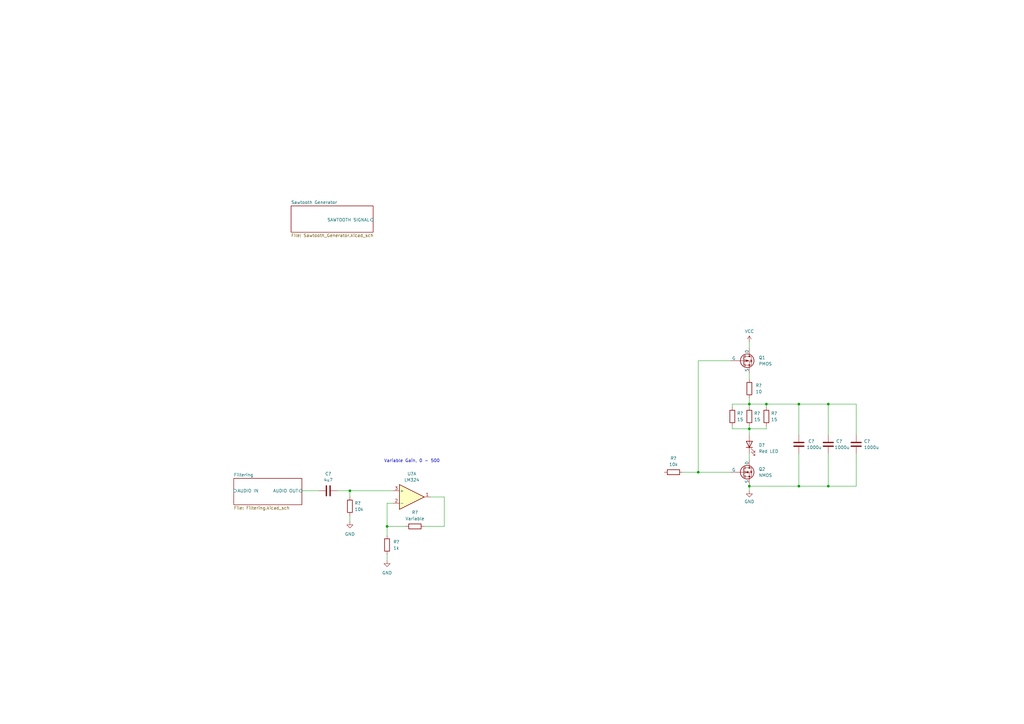
<source format=kicad_sch>
(kicad_sch (version 20230121) (generator eeschema)
  (paper "A3")
  (lib_symbols
    (symbol "Amplifier_Operational:LM324" (pin_names (offset 0.127))
      (property "Reference" "U" (at 0 5.08 0))
      (property "Value" "LM324" (at 0 -5.08 0))
      (symbol "LM324_1_1"
        (polyline (pts (xy -5.08 5.08) (xy 5.08 0) (xy -5.08 -5.08) (xy -5.08 5.08)) (stroke (width 0.254)) (fill (type background)))
        (pin output line (at 7.62 0 180) (length 2.54) (name "~") (number "1"))
        (pin input line (at -7.62 -2.54 0) (length 2.54) (name "-") (number "2"))
        (pin input line (at -7.62 2.54 0) (length 2.54) (name "+") (number "3"))
      )
      (symbol "LM324_2_1"
        (polyline (pts (xy -5.08 5.08) (xy 5.08 0) (xy -5.08 -5.08) (xy -5.08 5.08)) (stroke (width 0.254)) (fill (type background)))
        (pin input line (at -7.62 2.54 0) (length 2.54) (name "+") (number "5"))
        (pin input line (at -7.62 -2.54 0) (length 2.54) (name "-") (number "6"))
        (pin output line (at 7.62 0 180) (length 2.54) (name "~") (number "7"))
      )
      (symbol "LM324_3_1"
        (polyline (pts (xy -5.08 5.08) (xy 5.08 0) (xy -5.08 -5.08) (xy -5.08 5.08)) (stroke (width 0.254)) (fill (type background)))
        (pin input line (at -7.62 2.54 0) (length 2.54) (name "+") (number "10"))
        (pin output line (at 7.62 0 180) (length 2.54) (name "~") (number "8"))
        (pin input line (at -7.62 -2.54 0) (length 2.54) (name "-") (number "9"))
      )
      (symbol "LM324_4_1"
        (polyline (pts (xy -5.08 5.08) (xy 5.08 0) (xy -5.08 -5.08) (xy -5.08 5.08)) (stroke (width 0.254)) (fill (type background)))
        (pin input line (at -7.62 2.54 0) (length 2.54) (name "+") (number "12"))
        (pin input line (at -7.62 -2.54 0) (length 2.54) (name "-") (number "13"))
        (pin output line (at 7.62 0 180) (length 2.54) (name "~") (number "14"))
      )
      (symbol "LM324_5_1"
        (pin power_in line (at -2.54 -7.62 90) (length 3.81) (name "V-") (number "11"))
        (pin power_in line (at -2.54 7.62 270) (length 3.81) (name "V+") (number "4"))
      )
    )
    (symbol "Device:C" (pin_numbers hide) (pin_names (offset 0.254))
      (property "Reference" "C" (at 0.635 2.54 0))
      (property "Value" "C" (at 0.635 -2.54 0))
      (symbol "C_0_1"
        (polyline (pts (xy -2.032 -0.762) (xy 2.032 -0.762)) (stroke (width 0.508)))
        (polyline (pts (xy -2.032 0.762) (xy 2.032 0.762)) (stroke (width 0.508)))
      )
      (symbol "C_1_1"
        (pin passive line (at 0 3.81 270) (length 2.794) (name "~") (number "1"))
        (pin passive line (at 0 -3.81 90) (length 2.794) (name "~") (number "2"))
      )
    )
    (symbol "Device:LED" (pin_numbers hide) (pin_names (offset 1.016) hide)
      (property "Reference" "D" (at 0 2.54 0))
      (property "Value" "LED" (at 0 -2.54 0))
      (symbol "LED_0_1"
        (polyline (pts (xy -1.27 -1.27) (xy -1.27 1.27)) (stroke (width 0.254)))
        (polyline (pts (xy -1.27 0) (xy 1.27 0)))
        (polyline (pts (xy 1.27 -1.27) (xy 1.27 1.27) (xy -1.27 0) (xy 1.27 -1.27)) (stroke (width 0.254)))
        (polyline (pts (xy -3.048 -0.762) (xy -4.572 -2.286) (xy -3.81 -2.286) (xy -4.572 -2.286) (xy -4.572 -1.524)))
        (polyline (pts (xy -1.778 -0.762) (xy -3.302 -2.286) (xy -2.54 -2.286) (xy -3.302 -2.286) (xy -3.302 -1.524)))
      )
      (symbol "LED_1_1"
        (pin passive line (at -3.81 0 0) (length 2.54) (name "K") (number "1"))
        (pin passive line (at 3.81 0 180) (length 2.54) (name "A") (number "2"))
      )
    )
    (symbol "Device:R" (pin_numbers hide) (pin_names (offset 0))
      (property "Reference" "R" (at 2.032 0 90))
      (property "Value" "R" (at 0 0 90))
      (symbol "R_0_1"
        (rectangle (start -1.016 -2.54) (end 1.016 2.54) (stroke (width 0.254)))
      )
      (symbol "R_1_1"
        (pin passive line (at 0 3.81 270) (length 1.27) (name "~") (number "1"))
        (pin passive line (at 0 -3.81 90) (length 1.27) (name "~") (number "2"))
      )
    )
    (symbol "Simulation_SPICE:NMOS" (pin_numbers hide) (pin_names (offset 0))
      (property "Reference" "Q" (at 5.08 1.27 0))
      (property "Value" "NMOS" (at 5.08 -1.27 0))
      (symbol "NMOS_0_1"
        (polyline (pts (xy 0.254 0) (xy -2.54 0)))
        (polyline (pts (xy 0.254 1.905) (xy 0.254 -1.905)) (stroke (width 0.254)))
        (polyline (pts (xy 0.762 -1.27) (xy 0.762 -2.286)) (stroke (width 0.254)))
        (polyline (pts (xy 0.762 0.508) (xy 0.762 -0.508)) (stroke (width 0.254)))
        (polyline (pts (xy 0.762 2.286) (xy 0.762 1.27)) (stroke (width 0.254)))
        (polyline (pts (xy 2.54 2.54) (xy 2.54 1.778)))
        (polyline (pts (xy 2.54 -2.54) (xy 2.54 0) (xy 0.762 0)))
        (polyline (pts (xy 0.762 -1.778) (xy 3.302 -1.778) (xy 3.302 1.778) (xy 0.762 1.778)))
        (polyline (pts (xy 1.016 0) (xy 2.032 0.381) (xy 2.032 -0.381) (xy 1.016 0)) (fill (type outline)))
        (polyline (pts (xy 2.794 0.508) (xy 2.921 0.381) (xy 3.683 0.381) (xy 3.81 0.254)))
        (polyline (pts (xy 3.302 0.381) (xy 2.921 -0.254) (xy 3.683 -0.254) (xy 3.302 0.381)))
        (circle (center 1.651 0) (radius 2.794) (stroke (width 0.254)))
        (circle (center 2.54 -1.778) (radius 0.254) (fill (type outline)))
        (circle (center 2.54 1.778) (radius 0.254) (fill (type outline)))
      )
      (symbol "NMOS_1_1"
        (pin passive line (at 2.54 5.08 270) (length 2.54) (name "D") (number "1"))
        (pin input line (at -5.08 0 0) (length 2.54) (name "G") (number "2"))
        (pin passive line (at 2.54 -5.08 90) (length 2.54) (name "S") (number "3"))
      )
    )
    (symbol "Simulation_SPICE:PMOS" (pin_numbers hide) (pin_names (offset 0))
      (property "Reference" "Q" (at 5.08 1.27 0))
      (property "Value" "PMOS" (at 5.08 -1.27 0))
      (symbol "PMOS_0_1"
        (polyline (pts (xy 0.254 0) (xy -2.54 0)))
        (polyline (pts (xy 0.254 1.905) (xy 0.254 -1.905)) (stroke (width 0.254)))
        (polyline (pts (xy 0.762 -1.27) (xy 0.762 -2.286)) (stroke (width 0.254)))
        (polyline (pts (xy 0.762 0.508) (xy 0.762 -0.508)) (stroke (width 0.254)))
        (polyline (pts (xy 0.762 2.286) (xy 0.762 1.27)) (stroke (width 0.254)))
        (polyline (pts (xy 2.54 2.54) (xy 2.54 1.778)))
        (polyline (pts (xy 2.54 -2.54) (xy 2.54 0) (xy 0.762 0)))
        (polyline (pts (xy 0.762 1.778) (xy 3.302 1.778) (xy 3.302 -1.778) (xy 0.762 -1.778)))
        (polyline (pts (xy 2.286 0) (xy 1.27 0.381) (xy 1.27 -0.381) (xy 2.286 0)) (fill (type outline)))
        (polyline (pts (xy 2.794 -0.508) (xy 2.921 -0.381) (xy 3.683 -0.381) (xy 3.81 -0.254)))
        (polyline (pts (xy 3.302 -0.381) (xy 2.921 0.254) (xy 3.683 0.254) (xy 3.302 -0.381)))
        (circle (center 1.651 0) (radius 2.794) (stroke (width 0.254)))
        (circle (center 2.54 -1.778) (radius 0.254) (fill (type outline)))
        (circle (center 2.54 1.778) (radius 0.254) (fill (type outline)))
      )
      (symbol "PMOS_1_1"
        (pin passive line (at 2.54 5.08 270) (length 2.54) (name "D") (number "1"))
        (pin input line (at -5.08 0 0) (length 2.54) (name "G") (number "2"))
        (pin passive line (at 2.54 -5.08 90) (length 2.54) (name "S") (number "3"))
      )
    )
    (symbol "power:GND" (power) (pin_names (offset 0))
      (property "Value" "GND" (at 0 -3.81 0))
      (symbol "GND_0_1"
        (polyline (pts (xy 0 0) (xy 0 -1.27) (xy 1.27 -1.27) (xy 0 -2.54) (xy -1.27 -1.27) (xy 0 -1.27)))
      )
      (symbol "GND_1_1"
        (pin power_in line (at 0 0 270) (length 0) hide (name "GND") (number "1"))
      )
    )
    (symbol "power:VCC" (power) (pin_names (offset 0))
      (property "Value" "VCC" (at 0 3.81 0))
      (symbol "VCC_0_1"
        (polyline (pts (xy -0.762 1.27) (xy 0 2.54)))
        (polyline (pts (xy 0 0) (xy 0 2.54)))
        (polyline (pts (xy 0 2.54) (xy 0.762 1.27)))
      )
      (symbol "VCC_1_1"
        (pin power_in line (at 0 0 90) (length 0) hide (name "VCC") (number "1"))
      )
    )
  )
  (junction (at 307.34 175.895))
  (junction (at 307.34 199.39))
  (junction (at 143.51 201.295))
  (junction (at 339.725 199.39))
  (junction (at 327.66 199.39))
  (junction (at 327.66 165.735))
  (junction (at 339.725 165.735))
  (junction (at 286.385 193.675))
  (junction (at 314.325 165.735))
  (junction (at 307.34 165.735))
  (junction (at 158.75 215.9))
  (wire (pts (xy 300.355 175.895) (xy 307.34 175.895)))
  (wire (pts (xy 307.34 199.39) (xy 307.34 198.755)))
  (wire (pts (xy 158.75 206.375) (xy 161.29 206.375)))
  (wire (pts (xy 280.035 193.675) (xy 286.385 193.675)))
  (wire (pts (xy 182.245 203.835) (xy 176.53 203.835)))
  (wire (pts (xy 327.66 199.39) (xy 307.34 199.39)))
  (wire (pts (xy 173.99 215.9) (xy 182.245 215.9)))
  (wire (pts (xy 286.385 193.675) (xy 286.385 147.955)))
  (wire (pts (xy 314.325 174.625) (xy 314.325 175.895)))
  (wire (pts (xy 327.66 178.435) (xy 327.66 165.735)))
  (wire (pts (xy 307.34 178.435) (xy 307.34 175.895)))
  (wire (pts (xy 314.325 165.735) (xy 327.66 165.735)))
  (wire (pts (xy 158.75 215.9) (xy 166.37 215.9)))
  (wire (pts (xy 143.51 201.295) (xy 138.43 201.295)))
  (wire (pts (xy 351.155 165.735) (xy 351.155 178.435)))
  (wire (pts (xy 307.34 165.735) (xy 314.325 165.735)))
  (wire (pts (xy 307.34 201.295) (xy 307.34 199.39)))
  (wire (pts (xy 299.72 193.675) (xy 286.385 193.675)))
  (wire (pts (xy 300.355 175.895) (xy 300.355 174.625)))
  (wire (pts (xy 307.34 174.625) (xy 307.34 175.895)))
  (wire (pts (xy 351.155 186.055) (xy 351.155 199.39)))
  (wire (pts (xy 314.325 175.895) (xy 307.34 175.895)))
  (wire (pts (xy 339.725 186.055) (xy 339.725 199.39)))
  (wire (pts (xy 143.51 201.295) (xy 161.29 201.295)))
  (wire (pts (xy 143.51 203.835) (xy 143.51 201.295)))
  (wire (pts (xy 300.355 165.735) (xy 307.34 165.735)))
  (wire (pts (xy 339.725 199.39) (xy 351.155 199.39)))
  (wire (pts (xy 307.34 155.575) (xy 307.34 153.035)))
  (wire (pts (xy 307.34 167.005) (xy 307.34 165.735)))
  (wire (pts (xy 300.355 165.735) (xy 300.355 167.005)))
  (wire (pts (xy 327.66 186.055) (xy 327.66 199.39)))
  (wire (pts (xy 158.75 229.87) (xy 158.75 227.33)))
  (wire (pts (xy 339.725 178.435) (xy 339.725 165.735)))
  (wire (pts (xy 158.75 215.9) (xy 158.75 206.375)))
  (wire (pts (xy 143.51 213.995) (xy 143.51 211.455)))
  (wire (pts (xy 123.825 201.295) (xy 130.81 201.295)))
  (wire (pts (xy 314.325 167.005) (xy 314.325 165.735)))
  (wire (pts (xy 307.34 188.595) (xy 307.34 186.055)))
  (wire (pts (xy 182.245 215.9) (xy 182.245 203.835)))
  (wire (pts (xy 327.66 165.735) (xy 339.725 165.735)))
  (wire (pts (xy 307.34 165.735) (xy 307.34 163.195)))
  (wire (pts (xy 286.385 147.955) (xy 299.72 147.955)))
  (wire (pts (xy 327.66 199.39) (xy 339.725 199.39)))
  (wire (pts (xy 158.75 219.71) (xy 158.75 215.9)))
  (wire (pts (xy 307.34 140.335) (xy 307.34 142.875)))
  (wire (pts (xy 339.725 165.735) (xy 351.155 165.735)))
  (text "Variable Gain, 0 - 500" (at 157.48 189.865 0) (effects (font (size 1.27 1.27)) (justify left bottom)))
  (symbol (lib_id "Device:R") (at 158.75 223.52 0) (unit 1)
    (property "Reference" "R?" (at 161.29 222.25 0) (effects (justify left)))
    (property "Value" "1k" (at 161.29 224.79 0) (effects (justify left)))
  )
  (symbol (lib_id "Amplifier_Operational:LM324") (at 168.91 203.835 0) (unit 1)
    (property "Reference" "U?" (at 168.91 194.31 0))
    (property "Value" "LM324" (at 168.91 196.85 0))
    (property "Datasheet" "http://www.ti.com/lit/ds/symlink/lm2902-n.pdf" (effects hide))
  )
  (symbol (lib_id "power:VCC") (at 307.34 140.335 0) (unit 1)
    (property "Reference" "#PWR02" (effects hide))
    (property "Value" "VCC" (at 307.34 135.89 0))
  )
  (symbol (lib_id "Device:R") (at 307.34 159.385 0) (unit 1)
    (property "Reference" "R?" (at 309.88 158.115 0) (effects (justify left)))
    (property "Value" "10" (at 309.88 160.655 0) (effects (justify left)))
  )
  (symbol (lib_id "Device:LED") (at 307.34 182.245 90) (unit 1)
    (property "Reference" "D?" (at 311.15 182.5625 90) (effects (justify right)))
    (property "Value" "Red LED" (at 311.15 185.1025 90) (effects (justify right)))
  )
  (symbol (lib_id "Device:R") (at 276.225 193.675 90) (unit 1)
    (property "Reference" "R?" (at 276.225 187.96 90))
    (property "Value" "10k" (at 276.225 190.5 90))
  )
  (symbol (lib_id "Device:R") (at 300.355 170.815 0) (unit 1)
    (property "Reference" "R?" (at 302.26 169.545 0) (effects (justify left)))
    (property "Value" "15" (at 302.26 172.085 0) (effects (justify left)))
  )
  (symbol (lib_id "Device:C") (at 351.155 182.245 0) (unit 1)
    (property "Reference" "C?" (at 354.33 180.975 0) (effects (justify left)))
    (property "Value" "1000u" (at 354.33 183.515 0) (effects (justify left)))
  )
  (symbol (lib_id "Device:C") (at 339.725 182.245 0) (unit 1)
    (property "Reference" "C?" (at 342.9 180.975 0) (effects (justify left)))
    (property "Value" "1000u" (at 342.265 183.515 0) (effects (justify left)))
  )
  (symbol (lib_id "Device:R") (at 307.34 170.815 0) (unit 1)
    (property "Reference" "R?" (at 309.245 169.545 0) (effects (justify left)))
    (property "Value" "15" (at 309.245 172.085 0) (effects (justify left)))
  )
  (symbol (lib_id "Device:C") (at 327.66 182.245 0) (unit 1)
    (property "Reference" "C?" (at 331.47 180.975 0) (effects (justify left)))
    (property "Value" "1000u" (at 330.835 183.515 0) (effects (justify left)))
  )
  (symbol (lib_id "Device:R") (at 143.51 207.645 180) (unit 1)
    (property "Reference" "R?" (at 145.415 206.375 0) (effects (justify right)))
    (property "Value" "10k" (at 145.415 208.915 0) (effects (justify right)))
    (property "Footprint" "Resistor_SMD:R_0805_2012Metric_Pad1.20x1.40mm_HandSolder" (effects hide))
  )
  (symbol (lib_id "Device:C") (at 134.62 201.295 90) (unit 1)
    (property "Reference" "C?" (at 134.62 194.31 90))
    (property "Value" "4u7" (at 134.62 196.85 90))
    (property "Footprint" "Capacitor_SMD:C_0805_2012Metric_Pad1.18x1.45mm_HandSolder" (effects hide))
  )
  (symbol (lib_id "Device:R") (at 170.18 215.9 270) (unit 1)
    (property "Reference" "R?" (at 170.18 210.185 90))
    (property "Value" "Variable" (at 170.18 212.725 90))
    (property "Footprint" "Resistor_SMD:R_0805_2012Metric_Pad1.20x1.40mm_HandSolder" (effects hide))
  )
  (symbol (lib_id "Device:R") (at 314.325 170.815 0) (unit 1)
    (property "Reference" "R?" (at 316.23 169.545 0) (effects (justify left)))
    (property "Value" "15" (at 316.23 172.085 0) (effects (justify left)))
  )
  (symbol (lib_id "Simulation_SPICE:PMOS") (at 304.8 147.955 0) (unit 1)
    (property "Reference" "Q1" (at 311.15 146.685 0) (effects (justify left)))
    (property "Value" "PMOS" (at 311.15 149.225 0) (effects (justify left)))
    (property "Datasheet" "https://ngspice.sourceforge.io/docs/ngspice-manual.pdf" (effects hide))
    (property "Sim.Device" "PMOS" (effects hide))
    (property "Sim.Type" "VDMOS" (effects hide))
    (property "Sim.Pins" "1=D 2=G 3=S" (effects hide))
  )
  (symbol (lib_id "power:GND") (at 143.51 213.995 0) (unit 1)
    (property "Reference" "#PWR016" (effects hide))
    (property "Value" "GND" (at 143.51 219.075 0))
  )
  (symbol (lib_id "power:GND") (at 158.75 229.87 0) (unit 1)
    (property "Reference" "#PWR017" (effects hide))
    (property "Value" "GND" (at 158.75 234.95 0))
  )
  (symbol (lib_id "power:GND") (at 307.34 201.295 0) (unit 1)
    (property "Reference" "#PWR01" (effects hide))
    (property "Value" "GND" (at 307.34 205.74 0))
  )
  (symbol (lib_id "Simulation_SPICE:NMOS") (at 304.8 193.675 0) (unit 1)
    (property "Reference" "Q2" (at 311.15 192.405 0) (effects (justify left)))
    (property "Value" "NMOS" (at 311.15 194.945 0) (effects (justify left)))
    (property "Datasheet" "https://ngspice.sourceforge.io/docs/ngspice-manual.pdf" (effects hide))
    (property "Sim.Device" "NMOS" (effects hide))
    (property "Sim.Type" "VDMOS" (effects hide))
    (property "Sim.Pins" "1=D 2=G 3=S" (effects hide))
  )
  (sheet (at 119.38 84.455) (size 33.655 10.795) (stroke (width 0.1524))
    (property "Sheetname" "Sawtooth Generator" (at 119.38 83.7434 0) (effects (justify left bottom)))
    (property "Sheetfile" "Sawtooth_Generator.kicad_sch" (at 119.38 95.8346 0) (effects (justify left top)))
    (pin "SAWTOOTH SIGNAL" input (at 153.035 90.17 0))
  )
  (sheet (at 95.885 196.215) (size 27.94 10.795) (stroke (width 0.1524))
    (property "Sheetname" "Filtering" (at 95.885 195.5034 0) (effects (justify left bottom)))
    (property "Sheetfile" "Filtering.kicad_sch" (at 95.885 207.5946 0) (effects (justify left top)))
    (pin "AUDIO OUT" input (at 123.825 201.295 0))
    (pin "AUDIO IN" input (at 95.885 201.295 180))
  )
)
</source>
